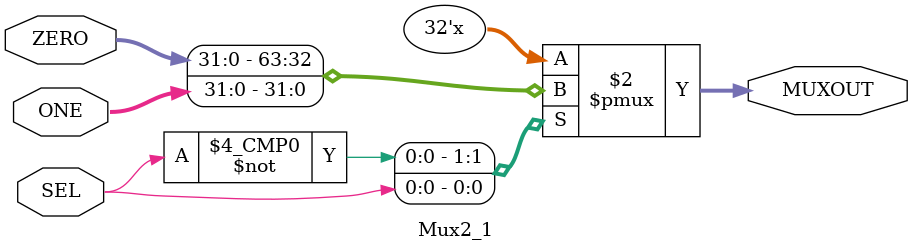
<source format=sv>
`timescale 1ns / 1ps


module Mux2_1(
    input [31:0] ZERO, ONE,
    input SEL,
    output logic [31:0] MUXOUT
    );
    
    always_comb
    begin
        case (SEL)
            0: MUXOUT = ZERO;
            1: MUXOUT = ONE;
            default: MUXOUT = ZERO;
        endcase
    end
endmodule

</source>
